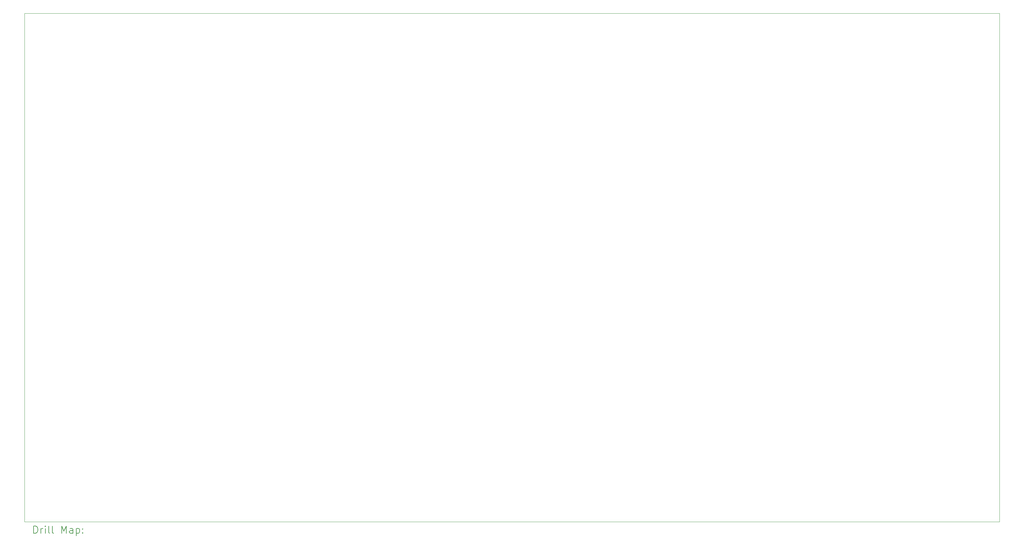
<source format=gbr>
%TF.GenerationSoftware,KiCad,Pcbnew,8.0.0*%
%TF.CreationDate,2024-05-27T12:02:14-04:00*%
%TF.ProjectId,Eater 6502 computer,45617465-7220-4363-9530-3220636f6d70,rev?*%
%TF.SameCoordinates,Original*%
%TF.FileFunction,Drillmap*%
%TF.FilePolarity,Positive*%
%FSLAX45Y45*%
G04 Gerber Fmt 4.5, Leading zero omitted, Abs format (unit mm)*
G04 Created by KiCad (PCBNEW 8.0.0) date 2024-05-27 12:02:14*
%MOMM*%
%LPD*%
G01*
G04 APERTURE LIST*
%ADD10C,0.100000*%
%ADD11C,0.200000*%
G04 APERTURE END LIST*
D10*
X28483560Y-1214120D02*
X1214120Y-1214120D01*
X28483560Y-15443200D02*
X28483560Y-1214120D01*
X24892000Y-15443200D02*
X1214120Y-15443200D01*
X24892000Y-15443200D02*
X28483560Y-15443200D01*
X1214120Y-15443200D02*
X1214120Y-1214120D01*
D11*
X1469897Y-15759684D02*
X1469897Y-15559684D01*
X1469897Y-15559684D02*
X1517516Y-15559684D01*
X1517516Y-15559684D02*
X1546087Y-15569208D01*
X1546087Y-15569208D02*
X1565135Y-15588255D01*
X1565135Y-15588255D02*
X1574659Y-15607303D01*
X1574659Y-15607303D02*
X1584182Y-15645398D01*
X1584182Y-15645398D02*
X1584182Y-15673969D01*
X1584182Y-15673969D02*
X1574659Y-15712065D01*
X1574659Y-15712065D02*
X1565135Y-15731112D01*
X1565135Y-15731112D02*
X1546087Y-15750160D01*
X1546087Y-15750160D02*
X1517516Y-15759684D01*
X1517516Y-15759684D02*
X1469897Y-15759684D01*
X1669897Y-15759684D02*
X1669897Y-15626350D01*
X1669897Y-15664446D02*
X1679421Y-15645398D01*
X1679421Y-15645398D02*
X1688944Y-15635874D01*
X1688944Y-15635874D02*
X1707992Y-15626350D01*
X1707992Y-15626350D02*
X1727040Y-15626350D01*
X1793706Y-15759684D02*
X1793706Y-15626350D01*
X1793706Y-15559684D02*
X1784182Y-15569208D01*
X1784182Y-15569208D02*
X1793706Y-15578731D01*
X1793706Y-15578731D02*
X1803230Y-15569208D01*
X1803230Y-15569208D02*
X1793706Y-15559684D01*
X1793706Y-15559684D02*
X1793706Y-15578731D01*
X1917516Y-15759684D02*
X1898468Y-15750160D01*
X1898468Y-15750160D02*
X1888944Y-15731112D01*
X1888944Y-15731112D02*
X1888944Y-15559684D01*
X2022278Y-15759684D02*
X2003230Y-15750160D01*
X2003230Y-15750160D02*
X1993706Y-15731112D01*
X1993706Y-15731112D02*
X1993706Y-15559684D01*
X2250849Y-15759684D02*
X2250849Y-15559684D01*
X2250849Y-15559684D02*
X2317516Y-15702541D01*
X2317516Y-15702541D02*
X2384183Y-15559684D01*
X2384183Y-15559684D02*
X2384183Y-15759684D01*
X2565135Y-15759684D02*
X2565135Y-15654922D01*
X2565135Y-15654922D02*
X2555611Y-15635874D01*
X2555611Y-15635874D02*
X2536564Y-15626350D01*
X2536564Y-15626350D02*
X2498468Y-15626350D01*
X2498468Y-15626350D02*
X2479421Y-15635874D01*
X2565135Y-15750160D02*
X2546087Y-15759684D01*
X2546087Y-15759684D02*
X2498468Y-15759684D01*
X2498468Y-15759684D02*
X2479421Y-15750160D01*
X2479421Y-15750160D02*
X2469897Y-15731112D01*
X2469897Y-15731112D02*
X2469897Y-15712065D01*
X2469897Y-15712065D02*
X2479421Y-15693017D01*
X2479421Y-15693017D02*
X2498468Y-15683493D01*
X2498468Y-15683493D02*
X2546087Y-15683493D01*
X2546087Y-15683493D02*
X2565135Y-15673969D01*
X2660373Y-15626350D02*
X2660373Y-15826350D01*
X2660373Y-15635874D02*
X2679421Y-15626350D01*
X2679421Y-15626350D02*
X2717516Y-15626350D01*
X2717516Y-15626350D02*
X2736564Y-15635874D01*
X2736564Y-15635874D02*
X2746087Y-15645398D01*
X2746087Y-15645398D02*
X2755611Y-15664446D01*
X2755611Y-15664446D02*
X2755611Y-15721588D01*
X2755611Y-15721588D02*
X2746087Y-15740636D01*
X2746087Y-15740636D02*
X2736564Y-15750160D01*
X2736564Y-15750160D02*
X2717516Y-15759684D01*
X2717516Y-15759684D02*
X2679421Y-15759684D01*
X2679421Y-15759684D02*
X2660373Y-15750160D01*
X2841325Y-15740636D02*
X2850849Y-15750160D01*
X2850849Y-15750160D02*
X2841325Y-15759684D01*
X2841325Y-15759684D02*
X2831802Y-15750160D01*
X2831802Y-15750160D02*
X2841325Y-15740636D01*
X2841325Y-15740636D02*
X2841325Y-15759684D01*
X2841325Y-15635874D02*
X2850849Y-15645398D01*
X2850849Y-15645398D02*
X2841325Y-15654922D01*
X2841325Y-15654922D02*
X2831802Y-15645398D01*
X2831802Y-15645398D02*
X2841325Y-15635874D01*
X2841325Y-15635874D02*
X2841325Y-15654922D01*
M02*

</source>
